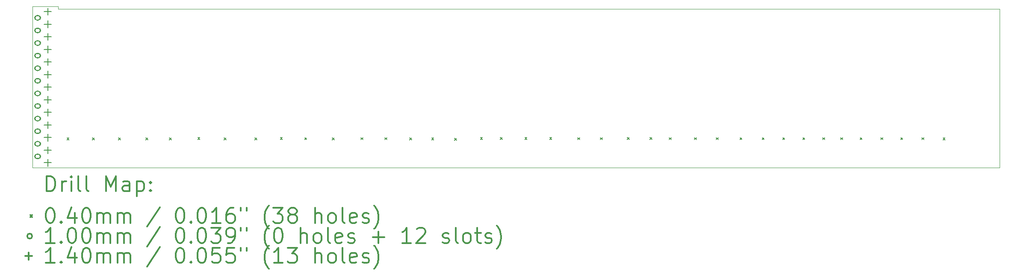
<source format=gbr>
%FSLAX45Y45*%
G04 Gerber Fmt 4.5, Leading zero omitted, Abs format (unit mm)*
G04 Created by KiCad (PCBNEW (5.1.9)-1) date 2021-05-28 12:30:48*
%MOMM*%
%LPD*%
G01*
G04 APERTURE LIST*
%TA.AperFunction,Profile*%
%ADD10C,0.050000*%
%TD*%
%ADD11C,0.200000*%
%ADD12C,0.300000*%
G04 APERTURE END LIST*
D10*
X5486400Y-12039600D02*
X5486400Y-12039600D01*
X5588000Y-12039600D02*
X5486400Y-12039600D01*
X5486400Y-8839200D02*
X5486400Y-8890000D01*
X24130000Y-8890000D02*
X5486400Y-8890000D01*
X24130000Y-8890000D02*
X24130000Y-12039600D01*
X5486400Y-8839200D02*
X5486400Y-8839200D01*
X4978400Y-8839200D02*
X5486400Y-8839200D01*
X4978400Y-12039600D02*
X4978400Y-8839200D01*
X5486400Y-12039600D02*
X4978400Y-12039600D01*
X24130000Y-12039600D02*
X5588000Y-12039600D01*
D11*
X5665280Y-11444800D02*
X5705280Y-11484800D01*
X5705280Y-11444800D02*
X5665280Y-11484800D01*
X6168200Y-11444800D02*
X6208200Y-11484800D01*
X6208200Y-11444800D02*
X6168200Y-11484800D01*
X6683820Y-11444800D02*
X6723820Y-11484800D01*
X6723820Y-11444800D02*
X6683820Y-11484800D01*
X7225985Y-11446195D02*
X7265985Y-11486195D01*
X7265985Y-11446195D02*
X7225985Y-11486195D01*
X7690930Y-11444800D02*
X7730930Y-11484800D01*
X7730930Y-11444800D02*
X7690930Y-11484800D01*
X8254050Y-11440480D02*
X8294050Y-11480480D01*
X8294050Y-11440480D02*
X8254050Y-11480480D01*
X8776020Y-11448100D02*
X8816020Y-11488100D01*
X8816020Y-11448100D02*
X8776020Y-11488100D01*
X9383840Y-11444800D02*
X9423840Y-11484800D01*
X9423840Y-11444800D02*
X9383840Y-11484800D01*
X9889175Y-11439845D02*
X9929175Y-11479845D01*
X9929175Y-11439845D02*
X9889175Y-11479845D01*
X10372410Y-11444290D02*
X10412410Y-11484290D01*
X10412410Y-11444290D02*
X10372410Y-11484290D01*
X10915335Y-11444925D02*
X10955335Y-11484925D01*
X10955335Y-11444925D02*
X10915335Y-11484925D01*
X11487470Y-11444290D02*
X11527470Y-11484290D01*
X11527470Y-11444290D02*
X11487470Y-11484290D01*
X11961180Y-11443020D02*
X12001180Y-11483020D01*
X12001180Y-11443020D02*
X11961180Y-11483020D01*
X12448225Y-11446195D02*
X12488225Y-11486195D01*
X12488225Y-11446195D02*
X12448225Y-11486195D01*
X12885740Y-11449370D02*
X12925740Y-11489370D01*
X12925740Y-11449370D02*
X12885740Y-11489370D01*
X13337860Y-11454450D02*
X13377860Y-11494450D01*
X13377860Y-11454450D02*
X13337860Y-11494450D01*
X13850940Y-11440480D02*
X13890940Y-11480480D01*
X13890940Y-11440480D02*
X13850940Y-11480480D01*
X14242735Y-11438575D02*
X14282735Y-11478575D01*
X14282735Y-11438575D02*
X14242735Y-11478575D01*
X14732320Y-11440480D02*
X14772320Y-11480480D01*
X14772320Y-11440480D02*
X14732320Y-11480480D01*
X15223175Y-11438575D02*
X15263175Y-11478575D01*
X15263175Y-11438575D02*
X15223175Y-11478575D01*
X15774990Y-11444290D02*
X15814990Y-11484290D01*
X15814990Y-11444290D02*
X15774990Y-11484290D01*
X16225205Y-11443655D02*
X16265205Y-11483655D01*
X16265205Y-11443655D02*
X16225205Y-11483655D01*
X16761145Y-11439845D02*
X16801145Y-11479845D01*
X16801145Y-11439845D02*
X16761145Y-11479845D01*
X17209455Y-11441115D02*
X17249455Y-11481115D01*
X17249455Y-11441115D02*
X17209455Y-11481115D01*
X17592360Y-11444290D02*
X17632360Y-11484290D01*
X17632360Y-11444290D02*
X17592360Y-11484290D01*
X18087660Y-11444290D02*
X18127660Y-11484290D01*
X18127660Y-11444290D02*
X18087660Y-11484290D01*
X18522000Y-11444290D02*
X18562000Y-11484290D01*
X18562000Y-11444290D02*
X18522000Y-11484290D01*
X18991900Y-11444290D02*
X19031900Y-11484290D01*
X19031900Y-11444290D02*
X18991900Y-11484290D01*
X19430050Y-11444290D02*
X19470050Y-11484290D01*
X19470050Y-11444290D02*
X19430050Y-11484290D01*
X19836450Y-11444290D02*
X19876450Y-11484290D01*
X19876450Y-11444290D02*
X19836450Y-11484290D01*
X20236500Y-11444290D02*
X20276500Y-11484290D01*
X20276500Y-11444290D02*
X20236500Y-11484290D01*
X20628930Y-11444290D02*
X20668930Y-11484290D01*
X20668930Y-11444290D02*
X20628930Y-11484290D01*
X20987070Y-11444290D02*
X21027070Y-11484290D01*
X21027070Y-11444290D02*
X20987070Y-11484290D01*
X21370610Y-11444290D02*
X21410610Y-11484290D01*
X21410610Y-11444290D02*
X21370610Y-11484290D01*
X21783360Y-11444290D02*
X21823360Y-11484290D01*
X21823360Y-11444290D02*
X21783360Y-11484290D01*
X22173250Y-11444290D02*
X22213250Y-11484290D01*
X22213250Y-11444290D02*
X22173250Y-11484290D01*
X22596160Y-11444290D02*
X22636160Y-11484290D01*
X22636160Y-11444290D02*
X22596160Y-11484290D01*
X23012210Y-11444800D02*
X23052210Y-11484800D01*
X23052210Y-11444800D02*
X23012210Y-11484800D01*
X5133200Y-9065800D02*
G75*
G03*
X5133200Y-9065800I-50000J0D01*
G01*
X5063200Y-9105800D02*
X5103200Y-9105800D01*
X5063200Y-9025800D02*
X5103200Y-9025800D01*
X5103200Y-9105800D02*
G75*
G03*
X5103200Y-9025800I0J40000D01*
G01*
X5063200Y-9025800D02*
G75*
G03*
X5063200Y-9105800I0J-40000D01*
G01*
X5133200Y-9315800D02*
G75*
G03*
X5133200Y-9315800I-50000J0D01*
G01*
X5063200Y-9355800D02*
X5103200Y-9355800D01*
X5063200Y-9275800D02*
X5103200Y-9275800D01*
X5103200Y-9355800D02*
G75*
G03*
X5103200Y-9275800I0J40000D01*
G01*
X5063200Y-9275800D02*
G75*
G03*
X5063200Y-9355800I0J-40000D01*
G01*
X5133200Y-9565800D02*
G75*
G03*
X5133200Y-9565800I-50000J0D01*
G01*
X5063200Y-9605800D02*
X5103200Y-9605800D01*
X5063200Y-9525800D02*
X5103200Y-9525800D01*
X5103200Y-9605800D02*
G75*
G03*
X5103200Y-9525800I0J40000D01*
G01*
X5063200Y-9525800D02*
G75*
G03*
X5063200Y-9605800I0J-40000D01*
G01*
X5133200Y-9815800D02*
G75*
G03*
X5133200Y-9815800I-50000J0D01*
G01*
X5063200Y-9855800D02*
X5103200Y-9855800D01*
X5063200Y-9775800D02*
X5103200Y-9775800D01*
X5103200Y-9855800D02*
G75*
G03*
X5103200Y-9775800I0J40000D01*
G01*
X5063200Y-9775800D02*
G75*
G03*
X5063200Y-9855800I0J-40000D01*
G01*
X5133200Y-10065800D02*
G75*
G03*
X5133200Y-10065800I-50000J0D01*
G01*
X5063200Y-10105800D02*
X5103200Y-10105800D01*
X5063200Y-10025800D02*
X5103200Y-10025800D01*
X5103200Y-10105800D02*
G75*
G03*
X5103200Y-10025800I0J40000D01*
G01*
X5063200Y-10025800D02*
G75*
G03*
X5063200Y-10105800I0J-40000D01*
G01*
X5133200Y-10315800D02*
G75*
G03*
X5133200Y-10315800I-50000J0D01*
G01*
X5063200Y-10355800D02*
X5103200Y-10355800D01*
X5063200Y-10275800D02*
X5103200Y-10275800D01*
X5103200Y-10355800D02*
G75*
G03*
X5103200Y-10275800I0J40000D01*
G01*
X5063200Y-10275800D02*
G75*
G03*
X5063200Y-10355800I0J-40000D01*
G01*
X5133200Y-10565800D02*
G75*
G03*
X5133200Y-10565800I-50000J0D01*
G01*
X5063200Y-10605800D02*
X5103200Y-10605800D01*
X5063200Y-10525800D02*
X5103200Y-10525800D01*
X5103200Y-10605800D02*
G75*
G03*
X5103200Y-10525800I0J40000D01*
G01*
X5063200Y-10525800D02*
G75*
G03*
X5063200Y-10605800I0J-40000D01*
G01*
X5133200Y-10815800D02*
G75*
G03*
X5133200Y-10815800I-50000J0D01*
G01*
X5063200Y-10855800D02*
X5103200Y-10855800D01*
X5063200Y-10775800D02*
X5103200Y-10775800D01*
X5103200Y-10855800D02*
G75*
G03*
X5103200Y-10775800I0J40000D01*
G01*
X5063200Y-10775800D02*
G75*
G03*
X5063200Y-10855800I0J-40000D01*
G01*
X5133200Y-11065800D02*
G75*
G03*
X5133200Y-11065800I-50000J0D01*
G01*
X5063200Y-11105800D02*
X5103200Y-11105800D01*
X5063200Y-11025800D02*
X5103200Y-11025800D01*
X5103200Y-11105800D02*
G75*
G03*
X5103200Y-11025800I0J40000D01*
G01*
X5063200Y-11025800D02*
G75*
G03*
X5063200Y-11105800I0J-40000D01*
G01*
X5133200Y-11315800D02*
G75*
G03*
X5133200Y-11315800I-50000J0D01*
G01*
X5063200Y-11355800D02*
X5103200Y-11355800D01*
X5063200Y-11275800D02*
X5103200Y-11275800D01*
X5103200Y-11355800D02*
G75*
G03*
X5103200Y-11275800I0J40000D01*
G01*
X5063200Y-11275800D02*
G75*
G03*
X5063200Y-11355800I0J-40000D01*
G01*
X5133200Y-11565800D02*
G75*
G03*
X5133200Y-11565800I-50000J0D01*
G01*
X5063200Y-11605800D02*
X5103200Y-11605800D01*
X5063200Y-11525800D02*
X5103200Y-11525800D01*
X5103200Y-11605800D02*
G75*
G03*
X5103200Y-11525800I0J40000D01*
G01*
X5063200Y-11525800D02*
G75*
G03*
X5063200Y-11605800I0J-40000D01*
G01*
X5133200Y-11815800D02*
G75*
G03*
X5133200Y-11815800I-50000J0D01*
G01*
X5063200Y-11855800D02*
X5103200Y-11855800D01*
X5063200Y-11775800D02*
X5103200Y-11775800D01*
X5103200Y-11855800D02*
G75*
G03*
X5103200Y-11775800I0J40000D01*
G01*
X5063200Y-11775800D02*
G75*
G03*
X5063200Y-11855800I0J-40000D01*
G01*
X5283200Y-8870800D02*
X5283200Y-9010800D01*
X5213200Y-8940800D02*
X5353200Y-8940800D01*
X5283200Y-9120800D02*
X5283200Y-9260800D01*
X5213200Y-9190800D02*
X5353200Y-9190800D01*
X5283200Y-9370800D02*
X5283200Y-9510800D01*
X5213200Y-9440800D02*
X5353200Y-9440800D01*
X5283200Y-9620800D02*
X5283200Y-9760800D01*
X5213200Y-9690800D02*
X5353200Y-9690800D01*
X5283200Y-9870800D02*
X5283200Y-10010800D01*
X5213200Y-9940800D02*
X5353200Y-9940800D01*
X5283200Y-10120800D02*
X5283200Y-10260800D01*
X5213200Y-10190800D02*
X5353200Y-10190800D01*
X5283200Y-10370800D02*
X5283200Y-10510800D01*
X5213200Y-10440800D02*
X5353200Y-10440800D01*
X5283200Y-10620800D02*
X5283200Y-10760800D01*
X5213200Y-10690800D02*
X5353200Y-10690800D01*
X5283200Y-10870800D02*
X5283200Y-11010800D01*
X5213200Y-10940800D02*
X5353200Y-10940800D01*
X5283200Y-11120800D02*
X5283200Y-11260800D01*
X5213200Y-11190800D02*
X5353200Y-11190800D01*
X5283200Y-11370800D02*
X5283200Y-11510800D01*
X5213200Y-11440800D02*
X5353200Y-11440800D01*
X5283200Y-11620800D02*
X5283200Y-11760800D01*
X5213200Y-11690800D02*
X5353200Y-11690800D01*
X5283200Y-11870800D02*
X5283200Y-12010800D01*
X5213200Y-11940800D02*
X5353200Y-11940800D01*
D12*
X5262328Y-12507814D02*
X5262328Y-12207814D01*
X5333757Y-12207814D01*
X5376614Y-12222100D01*
X5405186Y-12250671D01*
X5419471Y-12279243D01*
X5433757Y-12336386D01*
X5433757Y-12379243D01*
X5419471Y-12436386D01*
X5405186Y-12464957D01*
X5376614Y-12493529D01*
X5333757Y-12507814D01*
X5262328Y-12507814D01*
X5562328Y-12507814D02*
X5562328Y-12307814D01*
X5562328Y-12364957D02*
X5576614Y-12336386D01*
X5590900Y-12322100D01*
X5619471Y-12307814D01*
X5648043Y-12307814D01*
X5748043Y-12507814D02*
X5748043Y-12307814D01*
X5748043Y-12207814D02*
X5733757Y-12222100D01*
X5748043Y-12236386D01*
X5762328Y-12222100D01*
X5748043Y-12207814D01*
X5748043Y-12236386D01*
X5933757Y-12507814D02*
X5905186Y-12493529D01*
X5890900Y-12464957D01*
X5890900Y-12207814D01*
X6090900Y-12507814D02*
X6062328Y-12493529D01*
X6048043Y-12464957D01*
X6048043Y-12207814D01*
X6433757Y-12507814D02*
X6433757Y-12207814D01*
X6533757Y-12422100D01*
X6633757Y-12207814D01*
X6633757Y-12507814D01*
X6905186Y-12507814D02*
X6905186Y-12350671D01*
X6890900Y-12322100D01*
X6862328Y-12307814D01*
X6805186Y-12307814D01*
X6776614Y-12322100D01*
X6905186Y-12493529D02*
X6876614Y-12507814D01*
X6805186Y-12507814D01*
X6776614Y-12493529D01*
X6762328Y-12464957D01*
X6762328Y-12436386D01*
X6776614Y-12407814D01*
X6805186Y-12393529D01*
X6876614Y-12393529D01*
X6905186Y-12379243D01*
X7048043Y-12307814D02*
X7048043Y-12607814D01*
X7048043Y-12322100D02*
X7076614Y-12307814D01*
X7133757Y-12307814D01*
X7162328Y-12322100D01*
X7176614Y-12336386D01*
X7190900Y-12364957D01*
X7190900Y-12450671D01*
X7176614Y-12479243D01*
X7162328Y-12493529D01*
X7133757Y-12507814D01*
X7076614Y-12507814D01*
X7048043Y-12493529D01*
X7319471Y-12479243D02*
X7333757Y-12493529D01*
X7319471Y-12507814D01*
X7305186Y-12493529D01*
X7319471Y-12479243D01*
X7319471Y-12507814D01*
X7319471Y-12322100D02*
X7333757Y-12336386D01*
X7319471Y-12350671D01*
X7305186Y-12336386D01*
X7319471Y-12322100D01*
X7319471Y-12350671D01*
X4935900Y-12982100D02*
X4975900Y-13022100D01*
X4975900Y-12982100D02*
X4935900Y-13022100D01*
X5319471Y-12837814D02*
X5348043Y-12837814D01*
X5376614Y-12852100D01*
X5390900Y-12866386D01*
X5405186Y-12894957D01*
X5419471Y-12952100D01*
X5419471Y-13023529D01*
X5405186Y-13080671D01*
X5390900Y-13109243D01*
X5376614Y-13123529D01*
X5348043Y-13137814D01*
X5319471Y-13137814D01*
X5290900Y-13123529D01*
X5276614Y-13109243D01*
X5262328Y-13080671D01*
X5248043Y-13023529D01*
X5248043Y-12952100D01*
X5262328Y-12894957D01*
X5276614Y-12866386D01*
X5290900Y-12852100D01*
X5319471Y-12837814D01*
X5548043Y-13109243D02*
X5562328Y-13123529D01*
X5548043Y-13137814D01*
X5533757Y-13123529D01*
X5548043Y-13109243D01*
X5548043Y-13137814D01*
X5819471Y-12937814D02*
X5819471Y-13137814D01*
X5748043Y-12823529D02*
X5676614Y-13037814D01*
X5862328Y-13037814D01*
X6033757Y-12837814D02*
X6062328Y-12837814D01*
X6090900Y-12852100D01*
X6105186Y-12866386D01*
X6119471Y-12894957D01*
X6133757Y-12952100D01*
X6133757Y-13023529D01*
X6119471Y-13080671D01*
X6105186Y-13109243D01*
X6090900Y-13123529D01*
X6062328Y-13137814D01*
X6033757Y-13137814D01*
X6005186Y-13123529D01*
X5990900Y-13109243D01*
X5976614Y-13080671D01*
X5962328Y-13023529D01*
X5962328Y-12952100D01*
X5976614Y-12894957D01*
X5990900Y-12866386D01*
X6005186Y-12852100D01*
X6033757Y-12837814D01*
X6262328Y-13137814D02*
X6262328Y-12937814D01*
X6262328Y-12966386D02*
X6276614Y-12952100D01*
X6305186Y-12937814D01*
X6348043Y-12937814D01*
X6376614Y-12952100D01*
X6390900Y-12980671D01*
X6390900Y-13137814D01*
X6390900Y-12980671D02*
X6405186Y-12952100D01*
X6433757Y-12937814D01*
X6476614Y-12937814D01*
X6505186Y-12952100D01*
X6519471Y-12980671D01*
X6519471Y-13137814D01*
X6662328Y-13137814D02*
X6662328Y-12937814D01*
X6662328Y-12966386D02*
X6676614Y-12952100D01*
X6705186Y-12937814D01*
X6748043Y-12937814D01*
X6776614Y-12952100D01*
X6790900Y-12980671D01*
X6790900Y-13137814D01*
X6790900Y-12980671D02*
X6805186Y-12952100D01*
X6833757Y-12937814D01*
X6876614Y-12937814D01*
X6905186Y-12952100D01*
X6919471Y-12980671D01*
X6919471Y-13137814D01*
X7505186Y-12823529D02*
X7248043Y-13209243D01*
X7890900Y-12837814D02*
X7919471Y-12837814D01*
X7948043Y-12852100D01*
X7962328Y-12866386D01*
X7976614Y-12894957D01*
X7990900Y-12952100D01*
X7990900Y-13023529D01*
X7976614Y-13080671D01*
X7962328Y-13109243D01*
X7948043Y-13123529D01*
X7919471Y-13137814D01*
X7890900Y-13137814D01*
X7862328Y-13123529D01*
X7848043Y-13109243D01*
X7833757Y-13080671D01*
X7819471Y-13023529D01*
X7819471Y-12952100D01*
X7833757Y-12894957D01*
X7848043Y-12866386D01*
X7862328Y-12852100D01*
X7890900Y-12837814D01*
X8119471Y-13109243D02*
X8133757Y-13123529D01*
X8119471Y-13137814D01*
X8105186Y-13123529D01*
X8119471Y-13109243D01*
X8119471Y-13137814D01*
X8319471Y-12837814D02*
X8348043Y-12837814D01*
X8376614Y-12852100D01*
X8390900Y-12866386D01*
X8405186Y-12894957D01*
X8419471Y-12952100D01*
X8419471Y-13023529D01*
X8405186Y-13080671D01*
X8390900Y-13109243D01*
X8376614Y-13123529D01*
X8348043Y-13137814D01*
X8319471Y-13137814D01*
X8290900Y-13123529D01*
X8276614Y-13109243D01*
X8262328Y-13080671D01*
X8248043Y-13023529D01*
X8248043Y-12952100D01*
X8262328Y-12894957D01*
X8276614Y-12866386D01*
X8290900Y-12852100D01*
X8319471Y-12837814D01*
X8705186Y-13137814D02*
X8533757Y-13137814D01*
X8619471Y-13137814D02*
X8619471Y-12837814D01*
X8590900Y-12880671D01*
X8562328Y-12909243D01*
X8533757Y-12923529D01*
X8962328Y-12837814D02*
X8905186Y-12837814D01*
X8876614Y-12852100D01*
X8862328Y-12866386D01*
X8833757Y-12909243D01*
X8819471Y-12966386D01*
X8819471Y-13080671D01*
X8833757Y-13109243D01*
X8848043Y-13123529D01*
X8876614Y-13137814D01*
X8933757Y-13137814D01*
X8962328Y-13123529D01*
X8976614Y-13109243D01*
X8990900Y-13080671D01*
X8990900Y-13009243D01*
X8976614Y-12980671D01*
X8962328Y-12966386D01*
X8933757Y-12952100D01*
X8876614Y-12952100D01*
X8848043Y-12966386D01*
X8833757Y-12980671D01*
X8819471Y-13009243D01*
X9105186Y-12837814D02*
X9105186Y-12894957D01*
X9219471Y-12837814D02*
X9219471Y-12894957D01*
X9662328Y-13252100D02*
X9648043Y-13237814D01*
X9619471Y-13194957D01*
X9605186Y-13166386D01*
X9590900Y-13123529D01*
X9576614Y-13052100D01*
X9576614Y-12994957D01*
X9590900Y-12923529D01*
X9605186Y-12880671D01*
X9619471Y-12852100D01*
X9648043Y-12809243D01*
X9662328Y-12794957D01*
X9748043Y-12837814D02*
X9933757Y-12837814D01*
X9833757Y-12952100D01*
X9876614Y-12952100D01*
X9905186Y-12966386D01*
X9919471Y-12980671D01*
X9933757Y-13009243D01*
X9933757Y-13080671D01*
X9919471Y-13109243D01*
X9905186Y-13123529D01*
X9876614Y-13137814D01*
X9790900Y-13137814D01*
X9762328Y-13123529D01*
X9748043Y-13109243D01*
X10105186Y-12966386D02*
X10076614Y-12952100D01*
X10062328Y-12937814D01*
X10048043Y-12909243D01*
X10048043Y-12894957D01*
X10062328Y-12866386D01*
X10076614Y-12852100D01*
X10105186Y-12837814D01*
X10162328Y-12837814D01*
X10190900Y-12852100D01*
X10205186Y-12866386D01*
X10219471Y-12894957D01*
X10219471Y-12909243D01*
X10205186Y-12937814D01*
X10190900Y-12952100D01*
X10162328Y-12966386D01*
X10105186Y-12966386D01*
X10076614Y-12980671D01*
X10062328Y-12994957D01*
X10048043Y-13023529D01*
X10048043Y-13080671D01*
X10062328Y-13109243D01*
X10076614Y-13123529D01*
X10105186Y-13137814D01*
X10162328Y-13137814D01*
X10190900Y-13123529D01*
X10205186Y-13109243D01*
X10219471Y-13080671D01*
X10219471Y-13023529D01*
X10205186Y-12994957D01*
X10190900Y-12980671D01*
X10162328Y-12966386D01*
X10576614Y-13137814D02*
X10576614Y-12837814D01*
X10705186Y-13137814D02*
X10705186Y-12980671D01*
X10690900Y-12952100D01*
X10662328Y-12937814D01*
X10619471Y-12937814D01*
X10590900Y-12952100D01*
X10576614Y-12966386D01*
X10890900Y-13137814D02*
X10862328Y-13123529D01*
X10848043Y-13109243D01*
X10833757Y-13080671D01*
X10833757Y-12994957D01*
X10848043Y-12966386D01*
X10862328Y-12952100D01*
X10890900Y-12937814D01*
X10933757Y-12937814D01*
X10962328Y-12952100D01*
X10976614Y-12966386D01*
X10990900Y-12994957D01*
X10990900Y-13080671D01*
X10976614Y-13109243D01*
X10962328Y-13123529D01*
X10933757Y-13137814D01*
X10890900Y-13137814D01*
X11162328Y-13137814D02*
X11133757Y-13123529D01*
X11119471Y-13094957D01*
X11119471Y-12837814D01*
X11390900Y-13123529D02*
X11362328Y-13137814D01*
X11305186Y-13137814D01*
X11276614Y-13123529D01*
X11262328Y-13094957D01*
X11262328Y-12980671D01*
X11276614Y-12952100D01*
X11305186Y-12937814D01*
X11362328Y-12937814D01*
X11390900Y-12952100D01*
X11405186Y-12980671D01*
X11405186Y-13009243D01*
X11262328Y-13037814D01*
X11519471Y-13123529D02*
X11548043Y-13137814D01*
X11605186Y-13137814D01*
X11633757Y-13123529D01*
X11648043Y-13094957D01*
X11648043Y-13080671D01*
X11633757Y-13052100D01*
X11605186Y-13037814D01*
X11562328Y-13037814D01*
X11533757Y-13023529D01*
X11519471Y-12994957D01*
X11519471Y-12980671D01*
X11533757Y-12952100D01*
X11562328Y-12937814D01*
X11605186Y-12937814D01*
X11633757Y-12952100D01*
X11748043Y-13252100D02*
X11762328Y-13237814D01*
X11790900Y-13194957D01*
X11805186Y-13166386D01*
X11819471Y-13123529D01*
X11833757Y-13052100D01*
X11833757Y-12994957D01*
X11819471Y-12923529D01*
X11805186Y-12880671D01*
X11790900Y-12852100D01*
X11762328Y-12809243D01*
X11748043Y-12794957D01*
X4975900Y-13398100D02*
G75*
G03*
X4975900Y-13398100I-50000J0D01*
G01*
X5419471Y-13533814D02*
X5248043Y-13533814D01*
X5333757Y-13533814D02*
X5333757Y-13233814D01*
X5305186Y-13276671D01*
X5276614Y-13305243D01*
X5248043Y-13319529D01*
X5548043Y-13505243D02*
X5562328Y-13519529D01*
X5548043Y-13533814D01*
X5533757Y-13519529D01*
X5548043Y-13505243D01*
X5548043Y-13533814D01*
X5748043Y-13233814D02*
X5776614Y-13233814D01*
X5805186Y-13248100D01*
X5819471Y-13262386D01*
X5833757Y-13290957D01*
X5848043Y-13348100D01*
X5848043Y-13419529D01*
X5833757Y-13476671D01*
X5819471Y-13505243D01*
X5805186Y-13519529D01*
X5776614Y-13533814D01*
X5748043Y-13533814D01*
X5719471Y-13519529D01*
X5705186Y-13505243D01*
X5690900Y-13476671D01*
X5676614Y-13419529D01*
X5676614Y-13348100D01*
X5690900Y-13290957D01*
X5705186Y-13262386D01*
X5719471Y-13248100D01*
X5748043Y-13233814D01*
X6033757Y-13233814D02*
X6062328Y-13233814D01*
X6090900Y-13248100D01*
X6105186Y-13262386D01*
X6119471Y-13290957D01*
X6133757Y-13348100D01*
X6133757Y-13419529D01*
X6119471Y-13476671D01*
X6105186Y-13505243D01*
X6090900Y-13519529D01*
X6062328Y-13533814D01*
X6033757Y-13533814D01*
X6005186Y-13519529D01*
X5990900Y-13505243D01*
X5976614Y-13476671D01*
X5962328Y-13419529D01*
X5962328Y-13348100D01*
X5976614Y-13290957D01*
X5990900Y-13262386D01*
X6005186Y-13248100D01*
X6033757Y-13233814D01*
X6262328Y-13533814D02*
X6262328Y-13333814D01*
X6262328Y-13362386D02*
X6276614Y-13348100D01*
X6305186Y-13333814D01*
X6348043Y-13333814D01*
X6376614Y-13348100D01*
X6390900Y-13376671D01*
X6390900Y-13533814D01*
X6390900Y-13376671D02*
X6405186Y-13348100D01*
X6433757Y-13333814D01*
X6476614Y-13333814D01*
X6505186Y-13348100D01*
X6519471Y-13376671D01*
X6519471Y-13533814D01*
X6662328Y-13533814D02*
X6662328Y-13333814D01*
X6662328Y-13362386D02*
X6676614Y-13348100D01*
X6705186Y-13333814D01*
X6748043Y-13333814D01*
X6776614Y-13348100D01*
X6790900Y-13376671D01*
X6790900Y-13533814D01*
X6790900Y-13376671D02*
X6805186Y-13348100D01*
X6833757Y-13333814D01*
X6876614Y-13333814D01*
X6905186Y-13348100D01*
X6919471Y-13376671D01*
X6919471Y-13533814D01*
X7505186Y-13219529D02*
X7248043Y-13605243D01*
X7890900Y-13233814D02*
X7919471Y-13233814D01*
X7948043Y-13248100D01*
X7962328Y-13262386D01*
X7976614Y-13290957D01*
X7990900Y-13348100D01*
X7990900Y-13419529D01*
X7976614Y-13476671D01*
X7962328Y-13505243D01*
X7948043Y-13519529D01*
X7919471Y-13533814D01*
X7890900Y-13533814D01*
X7862328Y-13519529D01*
X7848043Y-13505243D01*
X7833757Y-13476671D01*
X7819471Y-13419529D01*
X7819471Y-13348100D01*
X7833757Y-13290957D01*
X7848043Y-13262386D01*
X7862328Y-13248100D01*
X7890900Y-13233814D01*
X8119471Y-13505243D02*
X8133757Y-13519529D01*
X8119471Y-13533814D01*
X8105186Y-13519529D01*
X8119471Y-13505243D01*
X8119471Y-13533814D01*
X8319471Y-13233814D02*
X8348043Y-13233814D01*
X8376614Y-13248100D01*
X8390900Y-13262386D01*
X8405186Y-13290957D01*
X8419471Y-13348100D01*
X8419471Y-13419529D01*
X8405186Y-13476671D01*
X8390900Y-13505243D01*
X8376614Y-13519529D01*
X8348043Y-13533814D01*
X8319471Y-13533814D01*
X8290900Y-13519529D01*
X8276614Y-13505243D01*
X8262328Y-13476671D01*
X8248043Y-13419529D01*
X8248043Y-13348100D01*
X8262328Y-13290957D01*
X8276614Y-13262386D01*
X8290900Y-13248100D01*
X8319471Y-13233814D01*
X8519471Y-13233814D02*
X8705186Y-13233814D01*
X8605186Y-13348100D01*
X8648043Y-13348100D01*
X8676614Y-13362386D01*
X8690900Y-13376671D01*
X8705186Y-13405243D01*
X8705186Y-13476671D01*
X8690900Y-13505243D01*
X8676614Y-13519529D01*
X8648043Y-13533814D01*
X8562328Y-13533814D01*
X8533757Y-13519529D01*
X8519471Y-13505243D01*
X8848043Y-13533814D02*
X8905186Y-13533814D01*
X8933757Y-13519529D01*
X8948043Y-13505243D01*
X8976614Y-13462386D01*
X8990900Y-13405243D01*
X8990900Y-13290957D01*
X8976614Y-13262386D01*
X8962328Y-13248100D01*
X8933757Y-13233814D01*
X8876614Y-13233814D01*
X8848043Y-13248100D01*
X8833757Y-13262386D01*
X8819471Y-13290957D01*
X8819471Y-13362386D01*
X8833757Y-13390957D01*
X8848043Y-13405243D01*
X8876614Y-13419529D01*
X8933757Y-13419529D01*
X8962328Y-13405243D01*
X8976614Y-13390957D01*
X8990900Y-13362386D01*
X9105186Y-13233814D02*
X9105186Y-13290957D01*
X9219471Y-13233814D02*
X9219471Y-13290957D01*
X9662328Y-13648100D02*
X9648043Y-13633814D01*
X9619471Y-13590957D01*
X9605186Y-13562386D01*
X9590900Y-13519529D01*
X9576614Y-13448100D01*
X9576614Y-13390957D01*
X9590900Y-13319529D01*
X9605186Y-13276671D01*
X9619471Y-13248100D01*
X9648043Y-13205243D01*
X9662328Y-13190957D01*
X9833757Y-13233814D02*
X9862328Y-13233814D01*
X9890900Y-13248100D01*
X9905186Y-13262386D01*
X9919471Y-13290957D01*
X9933757Y-13348100D01*
X9933757Y-13419529D01*
X9919471Y-13476671D01*
X9905186Y-13505243D01*
X9890900Y-13519529D01*
X9862328Y-13533814D01*
X9833757Y-13533814D01*
X9805186Y-13519529D01*
X9790900Y-13505243D01*
X9776614Y-13476671D01*
X9762328Y-13419529D01*
X9762328Y-13348100D01*
X9776614Y-13290957D01*
X9790900Y-13262386D01*
X9805186Y-13248100D01*
X9833757Y-13233814D01*
X10290900Y-13533814D02*
X10290900Y-13233814D01*
X10419471Y-13533814D02*
X10419471Y-13376671D01*
X10405186Y-13348100D01*
X10376614Y-13333814D01*
X10333757Y-13333814D01*
X10305186Y-13348100D01*
X10290900Y-13362386D01*
X10605186Y-13533814D02*
X10576614Y-13519529D01*
X10562328Y-13505243D01*
X10548043Y-13476671D01*
X10548043Y-13390957D01*
X10562328Y-13362386D01*
X10576614Y-13348100D01*
X10605186Y-13333814D01*
X10648043Y-13333814D01*
X10676614Y-13348100D01*
X10690900Y-13362386D01*
X10705186Y-13390957D01*
X10705186Y-13476671D01*
X10690900Y-13505243D01*
X10676614Y-13519529D01*
X10648043Y-13533814D01*
X10605186Y-13533814D01*
X10876614Y-13533814D02*
X10848043Y-13519529D01*
X10833757Y-13490957D01*
X10833757Y-13233814D01*
X11105186Y-13519529D02*
X11076614Y-13533814D01*
X11019471Y-13533814D01*
X10990900Y-13519529D01*
X10976614Y-13490957D01*
X10976614Y-13376671D01*
X10990900Y-13348100D01*
X11019471Y-13333814D01*
X11076614Y-13333814D01*
X11105186Y-13348100D01*
X11119471Y-13376671D01*
X11119471Y-13405243D01*
X10976614Y-13433814D01*
X11233757Y-13519529D02*
X11262328Y-13533814D01*
X11319471Y-13533814D01*
X11348043Y-13519529D01*
X11362328Y-13490957D01*
X11362328Y-13476671D01*
X11348043Y-13448100D01*
X11319471Y-13433814D01*
X11276614Y-13433814D01*
X11248043Y-13419529D01*
X11233757Y-13390957D01*
X11233757Y-13376671D01*
X11248043Y-13348100D01*
X11276614Y-13333814D01*
X11319471Y-13333814D01*
X11348043Y-13348100D01*
X11719471Y-13419529D02*
X11948043Y-13419529D01*
X11833757Y-13533814D02*
X11833757Y-13305243D01*
X12476614Y-13533814D02*
X12305186Y-13533814D01*
X12390900Y-13533814D02*
X12390900Y-13233814D01*
X12362328Y-13276671D01*
X12333757Y-13305243D01*
X12305186Y-13319529D01*
X12590900Y-13262386D02*
X12605186Y-13248100D01*
X12633757Y-13233814D01*
X12705186Y-13233814D01*
X12733757Y-13248100D01*
X12748043Y-13262386D01*
X12762328Y-13290957D01*
X12762328Y-13319529D01*
X12748043Y-13362386D01*
X12576614Y-13533814D01*
X12762328Y-13533814D01*
X13105186Y-13519529D02*
X13133757Y-13533814D01*
X13190900Y-13533814D01*
X13219471Y-13519529D01*
X13233757Y-13490957D01*
X13233757Y-13476671D01*
X13219471Y-13448100D01*
X13190900Y-13433814D01*
X13148043Y-13433814D01*
X13119471Y-13419529D01*
X13105186Y-13390957D01*
X13105186Y-13376671D01*
X13119471Y-13348100D01*
X13148043Y-13333814D01*
X13190900Y-13333814D01*
X13219471Y-13348100D01*
X13405186Y-13533814D02*
X13376614Y-13519529D01*
X13362328Y-13490957D01*
X13362328Y-13233814D01*
X13562328Y-13533814D02*
X13533757Y-13519529D01*
X13519471Y-13505243D01*
X13505186Y-13476671D01*
X13505186Y-13390957D01*
X13519471Y-13362386D01*
X13533757Y-13348100D01*
X13562328Y-13333814D01*
X13605186Y-13333814D01*
X13633757Y-13348100D01*
X13648043Y-13362386D01*
X13662328Y-13390957D01*
X13662328Y-13476671D01*
X13648043Y-13505243D01*
X13633757Y-13519529D01*
X13605186Y-13533814D01*
X13562328Y-13533814D01*
X13748043Y-13333814D02*
X13862328Y-13333814D01*
X13790900Y-13233814D02*
X13790900Y-13490957D01*
X13805186Y-13519529D01*
X13833757Y-13533814D01*
X13862328Y-13533814D01*
X13948043Y-13519529D02*
X13976614Y-13533814D01*
X14033757Y-13533814D01*
X14062328Y-13519529D01*
X14076614Y-13490957D01*
X14076614Y-13476671D01*
X14062328Y-13448100D01*
X14033757Y-13433814D01*
X13990900Y-13433814D01*
X13962328Y-13419529D01*
X13948043Y-13390957D01*
X13948043Y-13376671D01*
X13962328Y-13348100D01*
X13990900Y-13333814D01*
X14033757Y-13333814D01*
X14062328Y-13348100D01*
X14176614Y-13648100D02*
X14190900Y-13633814D01*
X14219471Y-13590957D01*
X14233757Y-13562386D01*
X14248043Y-13519529D01*
X14262328Y-13448100D01*
X14262328Y-13390957D01*
X14248043Y-13319529D01*
X14233757Y-13276671D01*
X14219471Y-13248100D01*
X14190900Y-13205243D01*
X14176614Y-13190957D01*
X4905900Y-13724100D02*
X4905900Y-13864100D01*
X4835900Y-13794100D02*
X4975900Y-13794100D01*
X5419471Y-13929814D02*
X5248043Y-13929814D01*
X5333757Y-13929814D02*
X5333757Y-13629814D01*
X5305186Y-13672671D01*
X5276614Y-13701243D01*
X5248043Y-13715529D01*
X5548043Y-13901243D02*
X5562328Y-13915529D01*
X5548043Y-13929814D01*
X5533757Y-13915529D01*
X5548043Y-13901243D01*
X5548043Y-13929814D01*
X5819471Y-13729814D02*
X5819471Y-13929814D01*
X5748043Y-13615529D02*
X5676614Y-13829814D01*
X5862328Y-13829814D01*
X6033757Y-13629814D02*
X6062328Y-13629814D01*
X6090900Y-13644100D01*
X6105186Y-13658386D01*
X6119471Y-13686957D01*
X6133757Y-13744100D01*
X6133757Y-13815529D01*
X6119471Y-13872671D01*
X6105186Y-13901243D01*
X6090900Y-13915529D01*
X6062328Y-13929814D01*
X6033757Y-13929814D01*
X6005186Y-13915529D01*
X5990900Y-13901243D01*
X5976614Y-13872671D01*
X5962328Y-13815529D01*
X5962328Y-13744100D01*
X5976614Y-13686957D01*
X5990900Y-13658386D01*
X6005186Y-13644100D01*
X6033757Y-13629814D01*
X6262328Y-13929814D02*
X6262328Y-13729814D01*
X6262328Y-13758386D02*
X6276614Y-13744100D01*
X6305186Y-13729814D01*
X6348043Y-13729814D01*
X6376614Y-13744100D01*
X6390900Y-13772671D01*
X6390900Y-13929814D01*
X6390900Y-13772671D02*
X6405186Y-13744100D01*
X6433757Y-13729814D01*
X6476614Y-13729814D01*
X6505186Y-13744100D01*
X6519471Y-13772671D01*
X6519471Y-13929814D01*
X6662328Y-13929814D02*
X6662328Y-13729814D01*
X6662328Y-13758386D02*
X6676614Y-13744100D01*
X6705186Y-13729814D01*
X6748043Y-13729814D01*
X6776614Y-13744100D01*
X6790900Y-13772671D01*
X6790900Y-13929814D01*
X6790900Y-13772671D02*
X6805186Y-13744100D01*
X6833757Y-13729814D01*
X6876614Y-13729814D01*
X6905186Y-13744100D01*
X6919471Y-13772671D01*
X6919471Y-13929814D01*
X7505186Y-13615529D02*
X7248043Y-14001243D01*
X7890900Y-13629814D02*
X7919471Y-13629814D01*
X7948043Y-13644100D01*
X7962328Y-13658386D01*
X7976614Y-13686957D01*
X7990900Y-13744100D01*
X7990900Y-13815529D01*
X7976614Y-13872671D01*
X7962328Y-13901243D01*
X7948043Y-13915529D01*
X7919471Y-13929814D01*
X7890900Y-13929814D01*
X7862328Y-13915529D01*
X7848043Y-13901243D01*
X7833757Y-13872671D01*
X7819471Y-13815529D01*
X7819471Y-13744100D01*
X7833757Y-13686957D01*
X7848043Y-13658386D01*
X7862328Y-13644100D01*
X7890900Y-13629814D01*
X8119471Y-13901243D02*
X8133757Y-13915529D01*
X8119471Y-13929814D01*
X8105186Y-13915529D01*
X8119471Y-13901243D01*
X8119471Y-13929814D01*
X8319471Y-13629814D02*
X8348043Y-13629814D01*
X8376614Y-13644100D01*
X8390900Y-13658386D01*
X8405186Y-13686957D01*
X8419471Y-13744100D01*
X8419471Y-13815529D01*
X8405186Y-13872671D01*
X8390900Y-13901243D01*
X8376614Y-13915529D01*
X8348043Y-13929814D01*
X8319471Y-13929814D01*
X8290900Y-13915529D01*
X8276614Y-13901243D01*
X8262328Y-13872671D01*
X8248043Y-13815529D01*
X8248043Y-13744100D01*
X8262328Y-13686957D01*
X8276614Y-13658386D01*
X8290900Y-13644100D01*
X8319471Y-13629814D01*
X8690900Y-13629814D02*
X8548043Y-13629814D01*
X8533757Y-13772671D01*
X8548043Y-13758386D01*
X8576614Y-13744100D01*
X8648043Y-13744100D01*
X8676614Y-13758386D01*
X8690900Y-13772671D01*
X8705186Y-13801243D01*
X8705186Y-13872671D01*
X8690900Y-13901243D01*
X8676614Y-13915529D01*
X8648043Y-13929814D01*
X8576614Y-13929814D01*
X8548043Y-13915529D01*
X8533757Y-13901243D01*
X8976614Y-13629814D02*
X8833757Y-13629814D01*
X8819471Y-13772671D01*
X8833757Y-13758386D01*
X8862328Y-13744100D01*
X8933757Y-13744100D01*
X8962328Y-13758386D01*
X8976614Y-13772671D01*
X8990900Y-13801243D01*
X8990900Y-13872671D01*
X8976614Y-13901243D01*
X8962328Y-13915529D01*
X8933757Y-13929814D01*
X8862328Y-13929814D01*
X8833757Y-13915529D01*
X8819471Y-13901243D01*
X9105186Y-13629814D02*
X9105186Y-13686957D01*
X9219471Y-13629814D02*
X9219471Y-13686957D01*
X9662328Y-14044100D02*
X9648043Y-14029814D01*
X9619471Y-13986957D01*
X9605186Y-13958386D01*
X9590900Y-13915529D01*
X9576614Y-13844100D01*
X9576614Y-13786957D01*
X9590900Y-13715529D01*
X9605186Y-13672671D01*
X9619471Y-13644100D01*
X9648043Y-13601243D01*
X9662328Y-13586957D01*
X9933757Y-13929814D02*
X9762328Y-13929814D01*
X9848043Y-13929814D02*
X9848043Y-13629814D01*
X9819471Y-13672671D01*
X9790900Y-13701243D01*
X9762328Y-13715529D01*
X10033757Y-13629814D02*
X10219471Y-13629814D01*
X10119471Y-13744100D01*
X10162328Y-13744100D01*
X10190900Y-13758386D01*
X10205186Y-13772671D01*
X10219471Y-13801243D01*
X10219471Y-13872671D01*
X10205186Y-13901243D01*
X10190900Y-13915529D01*
X10162328Y-13929814D01*
X10076614Y-13929814D01*
X10048043Y-13915529D01*
X10033757Y-13901243D01*
X10576614Y-13929814D02*
X10576614Y-13629814D01*
X10705186Y-13929814D02*
X10705186Y-13772671D01*
X10690900Y-13744100D01*
X10662328Y-13729814D01*
X10619471Y-13729814D01*
X10590900Y-13744100D01*
X10576614Y-13758386D01*
X10890900Y-13929814D02*
X10862328Y-13915529D01*
X10848043Y-13901243D01*
X10833757Y-13872671D01*
X10833757Y-13786957D01*
X10848043Y-13758386D01*
X10862328Y-13744100D01*
X10890900Y-13729814D01*
X10933757Y-13729814D01*
X10962328Y-13744100D01*
X10976614Y-13758386D01*
X10990900Y-13786957D01*
X10990900Y-13872671D01*
X10976614Y-13901243D01*
X10962328Y-13915529D01*
X10933757Y-13929814D01*
X10890900Y-13929814D01*
X11162328Y-13929814D02*
X11133757Y-13915529D01*
X11119471Y-13886957D01*
X11119471Y-13629814D01*
X11390900Y-13915529D02*
X11362328Y-13929814D01*
X11305186Y-13929814D01*
X11276614Y-13915529D01*
X11262328Y-13886957D01*
X11262328Y-13772671D01*
X11276614Y-13744100D01*
X11305186Y-13729814D01*
X11362328Y-13729814D01*
X11390900Y-13744100D01*
X11405186Y-13772671D01*
X11405186Y-13801243D01*
X11262328Y-13829814D01*
X11519471Y-13915529D02*
X11548043Y-13929814D01*
X11605186Y-13929814D01*
X11633757Y-13915529D01*
X11648043Y-13886957D01*
X11648043Y-13872671D01*
X11633757Y-13844100D01*
X11605186Y-13829814D01*
X11562328Y-13829814D01*
X11533757Y-13815529D01*
X11519471Y-13786957D01*
X11519471Y-13772671D01*
X11533757Y-13744100D01*
X11562328Y-13729814D01*
X11605186Y-13729814D01*
X11633757Y-13744100D01*
X11748043Y-14044100D02*
X11762328Y-14029814D01*
X11790900Y-13986957D01*
X11805186Y-13958386D01*
X11819471Y-13915529D01*
X11833757Y-13844100D01*
X11833757Y-13786957D01*
X11819471Y-13715529D01*
X11805186Y-13672671D01*
X11790900Y-13644100D01*
X11762328Y-13601243D01*
X11748043Y-13586957D01*
M02*

</source>
